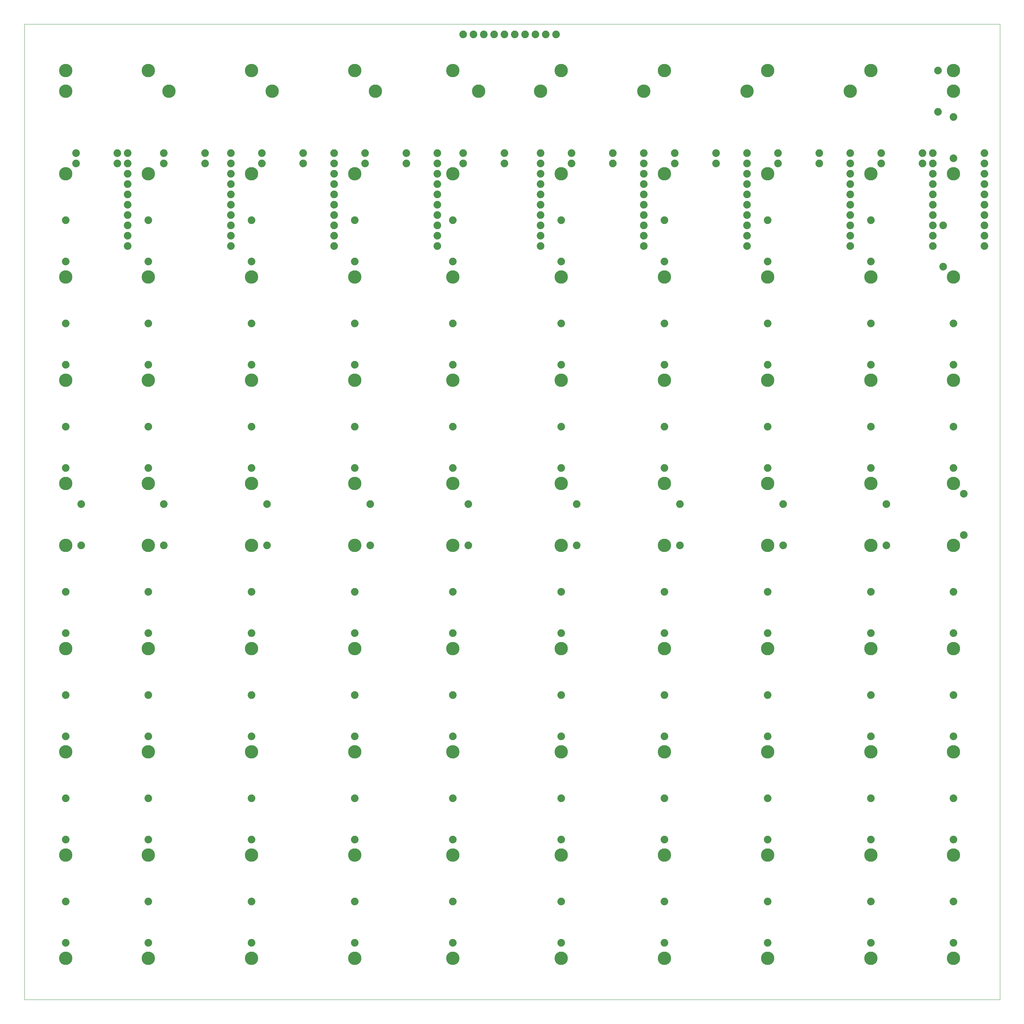
<source format=gtl>
G75*
G70*
%OFA0B0*%
%FSLAX24Y24*%
%IPPOS*%
%LPD*%
%AMOC8*
5,1,8,0,0,1.08239X$1,22.5*
%
%ADD10C,0.0000*%
%ADD11C,0.1300*%
%ADD12C,0.0740*%
D10*
X000101Y000101D02*
X000101Y094589D01*
X094589Y094589D01*
X094589Y000101D01*
X000101Y000101D01*
D11*
X004101Y004101D03*
X012101Y004101D03*
X012101Y014101D03*
X004101Y014101D03*
X004101Y024101D03*
X012101Y024101D03*
X012101Y034101D03*
X004101Y034101D03*
X004101Y044101D03*
X004101Y050101D03*
X012101Y050101D03*
X012101Y044101D03*
X022101Y044101D03*
X022101Y050101D03*
X032101Y050101D03*
X032101Y044101D03*
X041601Y044101D03*
X041601Y050101D03*
X041601Y060101D03*
X032101Y060101D03*
X032101Y070101D03*
X041601Y070101D03*
X041601Y080101D03*
X044101Y088101D03*
X041601Y090101D03*
X034101Y088101D03*
X032101Y090101D03*
X024101Y088101D03*
X022101Y090101D03*
X014101Y088101D03*
X012101Y090101D03*
X004101Y090101D03*
X004101Y088101D03*
X004101Y080101D03*
X012101Y080101D03*
X022101Y080101D03*
X032101Y080101D03*
X022101Y070101D03*
X022101Y060101D03*
X012101Y060101D03*
X004101Y060101D03*
X004101Y070101D03*
X012101Y070101D03*
X022101Y034101D03*
X032101Y034101D03*
X041601Y034101D03*
X041601Y024101D03*
X032101Y024101D03*
X022101Y024101D03*
X022101Y014101D03*
X032101Y014101D03*
X041601Y014101D03*
X041601Y004101D03*
X032101Y004101D03*
X022101Y004101D03*
X052101Y004101D03*
X052101Y014101D03*
X062101Y014101D03*
X062101Y004101D03*
X072101Y004101D03*
X072101Y014101D03*
X082101Y014101D03*
X090101Y014101D03*
X090101Y004101D03*
X082101Y004101D03*
X082101Y024101D03*
X090101Y024101D03*
X090101Y034101D03*
X082101Y034101D03*
X072101Y034101D03*
X072101Y024101D03*
X062101Y024101D03*
X062101Y034101D03*
X052101Y034101D03*
X052101Y024101D03*
X052101Y044101D03*
X052101Y050101D03*
X062101Y050101D03*
X062101Y044101D03*
X072101Y044101D03*
X072101Y050101D03*
X082101Y050101D03*
X082101Y044101D03*
X090101Y044101D03*
X090101Y050101D03*
X090101Y060101D03*
X082101Y060101D03*
X082101Y070101D03*
X090101Y070101D03*
X090101Y080101D03*
X090101Y088101D03*
X090101Y090101D03*
X082101Y090101D03*
X080101Y088101D03*
X082101Y080101D03*
X072101Y080101D03*
X070101Y088101D03*
X072101Y090101D03*
X062101Y090101D03*
X060101Y088101D03*
X062101Y080101D03*
X052101Y080101D03*
X050101Y088101D03*
X052101Y090101D03*
X052101Y070101D03*
X062101Y070101D03*
X062101Y060101D03*
X052101Y060101D03*
X072101Y060101D03*
X072101Y070101D03*
D12*
X072101Y071601D03*
X070101Y073101D03*
X070101Y074101D03*
X070101Y075101D03*
X070101Y076101D03*
X070101Y077101D03*
X070101Y078101D03*
X070101Y079101D03*
X070101Y080101D03*
X070101Y081101D03*
X070101Y082101D03*
X073101Y082101D03*
X073101Y081101D03*
X077101Y081101D03*
X077101Y082101D03*
X080101Y082101D03*
X080101Y081101D03*
X080101Y080101D03*
X080101Y079101D03*
X080101Y078101D03*
X080101Y077101D03*
X080101Y076101D03*
X080101Y075101D03*
X080101Y074101D03*
X080101Y073101D03*
X082101Y071601D03*
X082101Y075601D03*
X083101Y081101D03*
X083101Y082101D03*
X087101Y082101D03*
X087101Y081101D03*
X088101Y081101D03*
X088101Y082101D03*
X088101Y080101D03*
X088101Y079101D03*
X088101Y078101D03*
X088101Y077101D03*
X088101Y076101D03*
X088101Y075101D03*
X089101Y075101D03*
X088101Y074101D03*
X088101Y073101D03*
X089101Y071101D03*
X093101Y073101D03*
X093101Y074101D03*
X093101Y075101D03*
X093101Y076101D03*
X093101Y077101D03*
X093101Y078101D03*
X093101Y079101D03*
X093101Y080101D03*
X093101Y081101D03*
X093101Y082101D03*
X090101Y081601D03*
X090101Y085601D03*
X088601Y086101D03*
X088601Y090101D03*
X072101Y075601D03*
X067101Y081101D03*
X067101Y082101D03*
X063101Y082101D03*
X063101Y081101D03*
X060101Y081101D03*
X060101Y082101D03*
X060101Y080101D03*
X060101Y079101D03*
X060101Y078101D03*
X060101Y077101D03*
X060101Y076101D03*
X060101Y075101D03*
X060101Y074101D03*
X060101Y073101D03*
X062101Y071601D03*
X062101Y075601D03*
X057101Y081101D03*
X057101Y082101D03*
X053101Y082101D03*
X053101Y081101D03*
X050101Y081101D03*
X050101Y082101D03*
X050101Y080101D03*
X050101Y079101D03*
X050101Y078101D03*
X050101Y077101D03*
X050101Y076101D03*
X050101Y075101D03*
X050101Y074101D03*
X050101Y073101D03*
X052101Y071601D03*
X052101Y075601D03*
X046601Y081101D03*
X046601Y082101D03*
X042601Y082101D03*
X042601Y081101D03*
X040101Y081101D03*
X040101Y082101D03*
X040101Y080101D03*
X040101Y079101D03*
X040101Y078101D03*
X040101Y077101D03*
X040101Y076101D03*
X040101Y075101D03*
X040101Y074101D03*
X040101Y073101D03*
X041601Y071601D03*
X041601Y075601D03*
X037101Y081101D03*
X037101Y082101D03*
X033101Y082101D03*
X033101Y081101D03*
X030101Y081101D03*
X030101Y082101D03*
X030101Y080101D03*
X030101Y079101D03*
X030101Y078101D03*
X030101Y077101D03*
X030101Y076101D03*
X030101Y075101D03*
X030101Y074101D03*
X030101Y073101D03*
X032101Y071601D03*
X032101Y075601D03*
X027101Y081101D03*
X027101Y082101D03*
X023101Y082101D03*
X023101Y081101D03*
X020101Y081101D03*
X020101Y082101D03*
X020101Y080101D03*
X020101Y079101D03*
X020101Y078101D03*
X020101Y077101D03*
X020101Y076101D03*
X020101Y075101D03*
X020101Y074101D03*
X020101Y073101D03*
X022101Y071601D03*
X022101Y075601D03*
X017601Y081101D03*
X017601Y082101D03*
X013601Y082101D03*
X013601Y081101D03*
X010101Y081101D03*
X010101Y082101D03*
X009101Y082101D03*
X009101Y081101D03*
X010101Y080101D03*
X010101Y079101D03*
X010101Y078101D03*
X010101Y077101D03*
X010101Y076101D03*
X010101Y075101D03*
X010101Y074101D03*
X010101Y073101D03*
X012101Y071601D03*
X012101Y075601D03*
X005101Y081101D03*
X005101Y082101D03*
X004101Y075601D03*
X004101Y071601D03*
X004101Y065601D03*
X004101Y061601D03*
X004101Y055601D03*
X004101Y051601D03*
X005601Y048101D03*
X005601Y044101D03*
X004101Y039601D03*
X004101Y035601D03*
X004101Y029601D03*
X004101Y025601D03*
X004101Y019601D03*
X004101Y015601D03*
X004101Y009601D03*
X004101Y005601D03*
X012101Y005601D03*
X012101Y009601D03*
X012101Y015601D03*
X012101Y019601D03*
X012101Y025601D03*
X012101Y029601D03*
X012101Y035601D03*
X012101Y039601D03*
X013601Y044101D03*
X013601Y048101D03*
X012101Y051601D03*
X012101Y055601D03*
X012101Y061601D03*
X012101Y065601D03*
X022101Y065601D03*
X022101Y061601D03*
X022101Y055601D03*
X022101Y051601D03*
X023601Y048101D03*
X023601Y044101D03*
X022101Y039601D03*
X022101Y035601D03*
X022101Y029601D03*
X022101Y025601D03*
X022101Y019601D03*
X022101Y015601D03*
X022101Y009601D03*
X022101Y005601D03*
X032101Y005601D03*
X032101Y009601D03*
X032101Y015601D03*
X032101Y019601D03*
X032101Y025601D03*
X032101Y029601D03*
X032101Y035601D03*
X032101Y039601D03*
X033601Y044101D03*
X033601Y048101D03*
X032101Y051601D03*
X032101Y055601D03*
X032101Y061601D03*
X032101Y065601D03*
X041601Y065601D03*
X041601Y061601D03*
X041601Y055601D03*
X041601Y051601D03*
X043101Y048101D03*
X043101Y044101D03*
X041601Y039601D03*
X041601Y035601D03*
X041601Y029601D03*
X041601Y025601D03*
X041601Y019601D03*
X041601Y015601D03*
X041601Y009601D03*
X041601Y005601D03*
X052101Y005601D03*
X052101Y009601D03*
X052101Y015601D03*
X052101Y019601D03*
X052101Y025601D03*
X052101Y029601D03*
X052101Y035601D03*
X052101Y039601D03*
X053601Y044101D03*
X053601Y048101D03*
X052101Y051601D03*
X052101Y055601D03*
X052101Y061601D03*
X052101Y065601D03*
X062101Y065601D03*
X062101Y061601D03*
X062101Y055601D03*
X062101Y051601D03*
X063601Y048101D03*
X063601Y044101D03*
X062101Y039601D03*
X062101Y035601D03*
X062101Y029601D03*
X062101Y025601D03*
X062101Y019601D03*
X062101Y015601D03*
X062101Y009601D03*
X062101Y005601D03*
X072101Y005601D03*
X072101Y009601D03*
X072101Y015601D03*
X072101Y019601D03*
X072101Y025601D03*
X072101Y029601D03*
X072101Y035601D03*
X072101Y039601D03*
X073601Y044101D03*
X073601Y048101D03*
X072101Y051601D03*
X072101Y055601D03*
X072101Y061601D03*
X072101Y065601D03*
X082101Y065601D03*
X082101Y061601D03*
X082101Y055601D03*
X082101Y051601D03*
X083601Y048101D03*
X083601Y044101D03*
X082101Y039601D03*
X082101Y035601D03*
X082101Y029601D03*
X082101Y025601D03*
X082101Y019601D03*
X082101Y015601D03*
X082101Y009601D03*
X082101Y005601D03*
X090101Y005601D03*
X090101Y009601D03*
X090101Y015601D03*
X090101Y019601D03*
X090101Y025601D03*
X090101Y029601D03*
X090101Y035601D03*
X090101Y039601D03*
X091101Y045101D03*
X091101Y049101D03*
X090101Y051601D03*
X090101Y055601D03*
X090101Y061601D03*
X090101Y065601D03*
X051601Y093601D03*
X050601Y093601D03*
X049601Y093601D03*
X048601Y093601D03*
X047601Y093601D03*
X046601Y093601D03*
X045601Y093601D03*
X044601Y093601D03*
X043601Y093601D03*
X042601Y093601D03*
M02*

</source>
